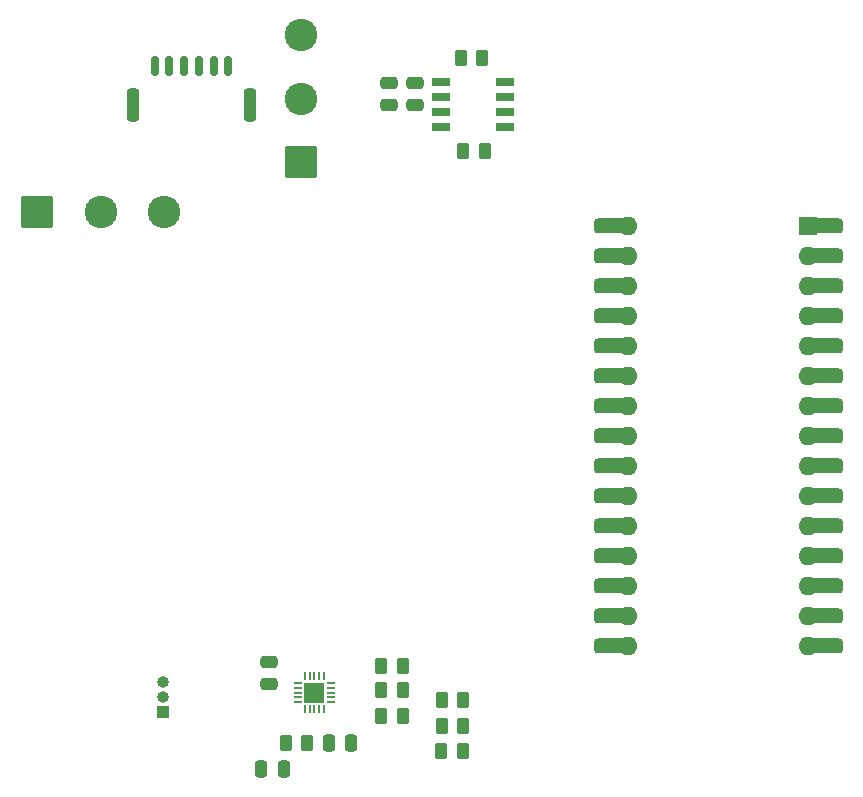
<source format=gbr>
%TF.GenerationSoftware,KiCad,Pcbnew,7.0.7-rc1*%
%TF.CreationDate,2024-03-12T16:47:17-04:00*%
%TF.ProjectId,Moving,4d6f7669-6e67-42e6-9b69-6361645f7063,rev?*%
%TF.SameCoordinates,Original*%
%TF.FileFunction,Soldermask,Bot*%
%TF.FilePolarity,Negative*%
%FSLAX46Y46*%
G04 Gerber Fmt 4.6, Leading zero omitted, Abs format (unit mm)*
G04 Created by KiCad (PCBNEW 7.0.7-rc1) date 2024-03-12 16:47:17*
%MOMM*%
%LPD*%
G01*
G04 APERTURE LIST*
G04 Aperture macros list*
%AMRoundRect*
0 Rectangle with rounded corners*
0 $1 Rounding radius*
0 $2 $3 $4 $5 $6 $7 $8 $9 X,Y pos of 4 corners*
0 Add a 4 corners polygon primitive as box body*
4,1,4,$2,$3,$4,$5,$6,$7,$8,$9,$2,$3,0*
0 Add four circle primitives for the rounded corners*
1,1,$1+$1,$2,$3*
1,1,$1+$1,$4,$5*
1,1,$1+$1,$6,$7*
1,1,$1+$1,$8,$9*
0 Add four rect primitives between the rounded corners*
20,1,$1+$1,$2,$3,$4,$5,0*
20,1,$1+$1,$4,$5,$6,$7,0*
20,1,$1+$1,$6,$7,$8,$9,0*
20,1,$1+$1,$8,$9,$2,$3,0*%
G04 Aperture macros list end*
%ADD10RoundRect,0.250000X1.125000X-1.125000X1.125000X1.125000X-1.125000X1.125000X-1.125000X-1.125000X0*%
%ADD11C,2.750000*%
%ADD12R,1.000000X1.000000*%
%ADD13O,1.000000X1.000000*%
%ADD14RoundRect,0.250000X-1.125000X-1.125000X1.125000X-1.125000X1.125000X1.125000X-1.125000X1.125000X0*%
%ADD15RoundRect,0.250000X-0.262500X-0.450000X0.262500X-0.450000X0.262500X0.450000X-0.262500X0.450000X0*%
%ADD16R,1.600000X1.600000*%
%ADD17RoundRect,0.317500X1.112500X0.317500X-1.112500X0.317500X-1.112500X-0.317500X1.112500X-0.317500X0*%
%ADD18O,1.600000X1.600000*%
%ADD19R,1.500000X0.650000*%
%ADD20RoundRect,0.250000X0.475000X-0.250000X0.475000X0.250000X-0.475000X0.250000X-0.475000X-0.250000X0*%
%ADD21RoundRect,0.250000X-0.250000X-0.475000X0.250000X-0.475000X0.250000X0.475000X-0.250000X0.475000X0*%
%ADD22RoundRect,0.150000X-0.150000X-0.700000X0.150000X-0.700000X0.150000X0.700000X-0.150000X0.700000X0*%
%ADD23RoundRect,0.250000X-0.250000X-1.150000X0.250000X-1.150000X0.250000X1.150000X-0.250000X1.150000X0*%
%ADD24RoundRect,0.250000X0.262500X0.450000X-0.262500X0.450000X-0.262500X-0.450000X0.262500X-0.450000X0*%
%ADD25R,0.203200X0.762000*%
%ADD26R,0.762000X0.203200*%
%ADD27R,1.803400X1.803400*%
G04 APERTURE END LIST*
D10*
%TO.C,J8*%
X130500000Y-66500000D03*
D11*
X130500000Y-61100000D03*
X130500000Y-55700000D03*
%TD*%
D12*
%TO.C,J2*%
X118800000Y-113040000D03*
D13*
X118800000Y-111770000D03*
X118800000Y-110500000D03*
%TD*%
D14*
%TO.C,J6*%
X108100000Y-70700000D03*
D11*
X113500000Y-70700000D03*
X118900000Y-70700000D03*
%TD*%
D15*
%TO.C,R1*%
X137275000Y-109100000D03*
X139100000Y-109100000D03*
%TD*%
D16*
%TO.C,A1*%
X173425000Y-71890000D03*
D17*
X174925000Y-71890000D03*
D18*
X173425000Y-74430000D03*
D17*
X174925000Y-74430000D03*
D18*
X173425000Y-76970000D03*
D17*
X174925000Y-76970000D03*
D18*
X173425000Y-79510000D03*
D17*
X174925000Y-79510000D03*
D18*
X173425000Y-82050000D03*
D17*
X174925000Y-82050000D03*
D18*
X173425000Y-84590000D03*
D17*
X174925000Y-84590000D03*
D18*
X173425000Y-87130000D03*
D17*
X174925000Y-87130000D03*
D18*
X173425000Y-89670000D03*
D17*
X174925000Y-89670000D03*
D18*
X173425000Y-92210000D03*
D17*
X174925000Y-92210000D03*
D18*
X173425000Y-94750000D03*
D17*
X174925000Y-94750000D03*
D18*
X173425000Y-97290000D03*
D17*
X174925000Y-97290000D03*
D18*
X173425000Y-99830000D03*
D17*
X174925000Y-99830000D03*
D18*
X173425000Y-102370000D03*
D17*
X174925000Y-102370000D03*
D18*
X173425000Y-104910000D03*
D17*
X174925000Y-104910000D03*
D18*
X173425000Y-107450000D03*
D17*
X174925000Y-107450000D03*
X156685000Y-107450000D03*
D18*
X158185000Y-107450000D03*
D17*
X156685000Y-104910000D03*
D18*
X158185000Y-104910000D03*
D17*
X156685000Y-102370000D03*
D18*
X158185000Y-102370000D03*
D17*
X156685000Y-99830000D03*
D18*
X158185000Y-99830000D03*
D17*
X156685000Y-97290000D03*
D18*
X158185000Y-97290000D03*
D17*
X156685000Y-94750000D03*
D18*
X158185000Y-94750000D03*
D17*
X156685000Y-92210000D03*
D18*
X158185000Y-92210000D03*
D17*
X156685000Y-89670000D03*
D18*
X158185000Y-89670000D03*
D17*
X156685000Y-87130000D03*
D18*
X158185000Y-87130000D03*
D17*
X156685000Y-84590000D03*
D18*
X158185000Y-84590000D03*
D17*
X156685000Y-82050000D03*
D18*
X158185000Y-82050000D03*
D17*
X156685000Y-79510000D03*
D18*
X158185000Y-79510000D03*
D17*
X156685000Y-76970000D03*
D18*
X158185000Y-76970000D03*
D17*
X156685000Y-74430000D03*
D18*
X158185000Y-74430000D03*
D17*
X156685000Y-71890000D03*
D18*
X158185000Y-71890000D03*
%TD*%
D19*
%TO.C,IC1*%
X142300000Y-63505000D03*
X142300000Y-62235000D03*
X142300000Y-60965000D03*
X142300000Y-59695000D03*
X147700000Y-59695000D03*
X147700000Y-60965000D03*
X147700000Y-62235000D03*
X147700000Y-63505000D03*
%TD*%
D20*
%TO.C,C5*%
X140100000Y-61655000D03*
X140100000Y-59755000D03*
%TD*%
D15*
%TO.C,R6*%
X142362500Y-116300000D03*
X144187500Y-116300000D03*
%TD*%
D21*
%TO.C,C3*%
X127100000Y-117900000D03*
X129000000Y-117900000D03*
%TD*%
D15*
%TO.C,R2*%
X137275000Y-111200000D03*
X139100000Y-111200000D03*
%TD*%
D22*
%TO.C,J3*%
X118075000Y-58300000D03*
X119325000Y-58300000D03*
X120575000Y-58300000D03*
X121825000Y-58300000D03*
X123075000Y-58300000D03*
X124325000Y-58300000D03*
D23*
X116225000Y-61650000D03*
X126175000Y-61650000D03*
%TD*%
D24*
%TO.C,R9*%
X145812500Y-57705000D03*
X143987500Y-57705000D03*
%TD*%
D15*
%TO.C,R3*%
X137275000Y-113400000D03*
X139100000Y-113400000D03*
%TD*%
D25*
%TO.C,U1*%
X130799998Y-109977601D03*
X131200000Y-109977601D03*
X131599999Y-109977601D03*
X131999998Y-109977601D03*
X132400000Y-109977601D03*
D26*
X133022399Y-110600000D03*
X133022399Y-111000002D03*
X133022399Y-111400001D03*
X133022399Y-111800000D03*
X133022399Y-112200002D03*
D25*
X132400000Y-112822401D03*
X131999998Y-112822401D03*
X131599999Y-112822401D03*
X131200000Y-112822401D03*
X130799998Y-112822401D03*
D26*
X130177599Y-112200002D03*
X130177599Y-111800000D03*
X130177599Y-111400001D03*
X130177599Y-111000002D03*
X130177599Y-110600000D03*
D27*
X131599999Y-111400001D03*
%TD*%
D15*
%TO.C,R7*%
X129187500Y-115700000D03*
X131012500Y-115700000D03*
%TD*%
D20*
%TO.C,C2*%
X127800000Y-110700000D03*
X127800000Y-108800000D03*
%TD*%
D24*
%TO.C,R8*%
X146012500Y-65505000D03*
X144187500Y-65505000D03*
%TD*%
D20*
%TO.C,C4*%
X137900000Y-61655000D03*
X137900000Y-59755000D03*
%TD*%
D15*
%TO.C,R4*%
X142387500Y-112000000D03*
X144212500Y-112000000D03*
%TD*%
%TO.C,R5*%
X142387500Y-114200000D03*
X144212500Y-114200000D03*
%TD*%
D21*
%TO.C,C1*%
X132800000Y-115700000D03*
X134700000Y-115700000D03*
%TD*%
M02*

</source>
